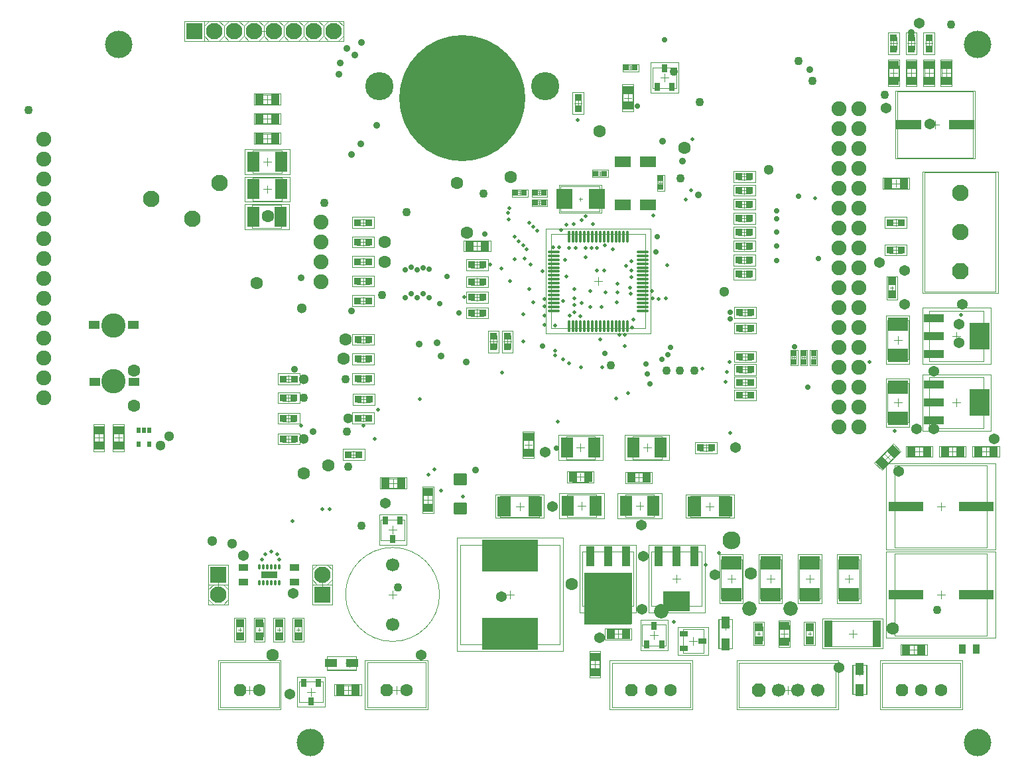
<source format=gts>
G04*
G04 #@! TF.GenerationSoftware,Altium Limited,Altium Designer,21.8.1 (53)*
G04*
G04 Layer_Color=8388736*
%FSLAX44Y44*%
%MOMM*%
G71*
G04*
G04 #@! TF.SameCoordinates,D186F9AF-6EAA-4C68-B435-6125638006CD*
G04*
G04*
G04 #@! TF.FilePolarity,Negative*
G04*
G01*
G75*
%ADD12C,0.5000*%
%ADD14C,0.0500*%
%ADD17C,0.1000*%
%ADD54O,1.5000X0.4000*%
%ADD55O,0.4000X1.5000*%
%ADD56R,1.5000X2.5000*%
%ADD57R,0.7000X1.1000*%
%ADD58R,1.1000X1.3500*%
%ADD59R,1.3500X1.1000*%
%ADD60R,1.1000X0.7000*%
%ADD61R,1.1000X2.5000*%
%ADD62R,3.4000X2.5000*%
%ADD63R,7.1000X4.1000*%
%ADD64C,16.1000*%
%ADD65R,0.9500X0.9500*%
G04:AMPARAMS|DCode=66|XSize=1.4mm|YSize=2mm|CornerRadius=0.0825mm|HoleSize=0mm|Usage=FLASHONLY|Rotation=90.000|XOffset=0mm|YOffset=0mm|HoleType=Round|Shape=RoundedRectangle|*
%AMROUNDEDRECTD66*
21,1,1.4000,1.8350,0,0,90.0*
21,1,1.2350,2.0000,0,0,90.0*
1,1,0.1650,0.9175,0.6175*
1,1,0.1650,0.9175,-0.6175*
1,1,0.1650,-0.9175,-0.6175*
1,1,0.1650,-0.9175,0.6175*
%
%ADD66ROUNDEDRECTD66*%
%ADD67R,4.5000X1.3000*%
%ADD68R,1.1000X1.0000*%
%ADD69R,1.1000X3.4000*%
%ADD70R,1.1000X1.6000*%
%ADD71R,0.9000X1.3000*%
%ADD72R,2.6000X1.8000*%
%ADD73R,1.8000X2.6000*%
%ADD74R,0.7000X0.7000*%
%ADD75R,0.9500X0.9500*%
%ADD76R,2.0000X2.6000*%
%ADD77R,2.0000X2.5000*%
%ADD78R,0.7000X0.7000*%
G04:AMPARAMS|DCode=79|XSize=1.6mm|YSize=1.7mm|CornerRadius=0.2mm|HoleSize=0mm|Usage=FLASHONLY|Rotation=270.000|XOffset=0mm|YOffset=0mm|HoleType=Round|Shape=RoundedRectangle|*
%AMROUNDEDRECTD79*
21,1,1.6000,1.3000,0,0,270.0*
21,1,1.2000,1.7000,0,0,270.0*
1,1,0.4000,-0.6500,-0.6000*
1,1,0.4000,-0.6500,0.6000*
1,1,0.4000,0.6500,0.6000*
1,1,0.4000,0.6500,-0.6000*
%
%ADD79ROUNDEDRECTD79*%
%ADD80R,1.6000X1.1000*%
%ADD81R,1.3000X0.9000*%
G04:AMPARAMS|DCode=82|XSize=0.9mm|YSize=2.1mm|CornerRadius=0.054mm|HoleSize=0mm|Usage=FLASHONLY|Rotation=90.000|XOffset=0mm|YOffset=0mm|HoleType=Round|Shape=RoundedRectangle|*
%AMROUNDEDRECTD82*
21,1,0.9000,1.9920,0,0,90.0*
21,1,0.7920,2.1000,0,0,90.0*
1,1,0.1080,0.9960,0.3960*
1,1,0.1080,0.9960,-0.3960*
1,1,0.1080,-0.9960,-0.3960*
1,1,0.1080,-0.9960,0.3960*
%
%ADD82ROUNDEDRECTD82*%
G04:AMPARAMS|DCode=83|XSize=0.6mm|YSize=0.35mm|CornerRadius=0.0625mm|HoleSize=0mm|Usage=FLASHONLY|Rotation=90.000|XOffset=0mm|YOffset=0mm|HoleType=Round|Shape=RoundedRectangle|*
%AMROUNDEDRECTD83*
21,1,0.6000,0.2250,0,0,90.0*
21,1,0.4750,0.3500,0,0,90.0*
1,1,0.1250,0.1125,0.2375*
1,1,0.1250,0.1125,-0.2375*
1,1,0.1250,-0.1125,-0.2375*
1,1,0.1250,-0.1125,0.2375*
%
%ADD83ROUNDEDRECTD83*%
G04:AMPARAMS|DCode=84|XSize=0.7mm|YSize=0.5mm|CornerRadius=0.09mm|HoleSize=0mm|Usage=FLASHONLY|Rotation=270.000|XOffset=0mm|YOffset=0mm|HoleType=Round|Shape=RoundedRectangle|*
%AMROUNDEDRECTD84*
21,1,0.7000,0.3200,0,0,270.0*
21,1,0.5200,0.5000,0,0,270.0*
1,1,0.1800,-0.1600,-0.2600*
1,1,0.1800,-0.1600,0.2600*
1,1,0.1800,0.1600,0.2600*
1,1,0.1800,0.1600,-0.2600*
%
%ADD84ROUNDEDRECTD84*%
%ADD85R,1.4000X1.1000*%
%ADD86R,3.3000X1.3000*%
%ADD87R,2.5000X3.4000*%
%ADD88R,2.5000X1.1000*%
G04:AMPARAMS|DCode=89|XSize=1.35mm|YSize=1.1mm|CornerRadius=0mm|HoleSize=0mm|Usage=FLASHONLY|Rotation=315.000|XOffset=0mm|YOffset=0mm|HoleType=Round|Shape=Rectangle|*
%AMROTATEDRECTD89*
4,1,4,-0.8662,0.0884,-0.0884,0.8662,0.8662,-0.0884,0.0884,-0.8662,-0.8662,0.0884,0.0*
%
%ADD89ROTATEDRECTD89*%

%ADD90C,3.5000*%
%ADD91C,1.7000*%
%ADD92P,1.8401X8X22.5*%
%ADD93C,3.6000*%
%ADD94C,2.1000*%
%ADD95P,2.2730X8X112.5*%
%ADD96C,1.6000*%
%ADD97P,1.7318X8X22.5*%
%ADD98R,2.1000X2.1000*%
%ADD99C,1.9000*%
%ADD100R,2.1000X2.1000*%
%ADD101C,3.1000*%
%ADD102C,1.1000*%
%ADD103C,0.9000*%
%ADD104C,0.7000*%
%ADD105C,1.3700*%
%ADD106C,1.8500*%
%ADD107C,1.3000*%
%ADD108C,0.4000*%
%ADD109C,2.3000*%
G36*
X830098Y265493D02*
X830192Y265464D01*
X830279Y265418D01*
X830355Y265355D01*
X830418Y265279D01*
X830464Y265192D01*
X830493Y265098D01*
X830502Y265000D01*
Y200000D01*
X830493Y199902D01*
X830464Y199808D01*
X830418Y199721D01*
X830355Y199645D01*
X830279Y199582D01*
X830192Y199536D01*
X830098Y199507D01*
X830000Y199498D01*
X770000D01*
X769902Y199507D01*
X769808Y199536D01*
X769721Y199582D01*
X769645Y199645D01*
X769582Y199721D01*
X769536Y199808D01*
X769507Y199902D01*
X769498Y200000D01*
Y265000D01*
X769507Y265098D01*
X769536Y265192D01*
X769582Y265279D01*
X769645Y265355D01*
X769721Y265418D01*
X769808Y265464D01*
X769902Y265493D01*
X770000Y265502D01*
X830000D01*
X830098Y265493D01*
D02*
G37*
D12*
X742500Y612500D02*
D03*
X821250Y569000D02*
D03*
X874250Y615250D02*
D03*
X821500Y554500D02*
D03*
X899500Y741500D02*
D03*
X907750Y818750D02*
D03*
X875250Y658250D02*
D03*
X884250Y202750D02*
D03*
X681250Y666000D02*
D03*
X663750Y653500D02*
D03*
X701000Y658500D02*
D03*
X705000Y610750D02*
D03*
X810500Y488000D02*
D03*
X825963Y494287D02*
D03*
X793000Y527250D02*
D03*
X765250D02*
D03*
X750000Y532750D02*
D03*
X742500Y537500D02*
D03*
X732500Y543000D02*
D03*
X735500Y458500D02*
D03*
X865000Y615000D02*
D03*
X941250Y290750D02*
D03*
X925000Y275000D02*
D03*
X956000Y444000D02*
D03*
X1166000Y446000D02*
D03*
X825000Y250000D02*
D03*
X815000D02*
D03*
X785000D02*
D03*
X775000D02*
D03*
X815000Y210000D02*
D03*
X785000D02*
D03*
X825000Y240000D02*
D03*
X775000Y210000D02*
D03*
Y220000D02*
D03*
Y230000D02*
D03*
Y240000D02*
D03*
X785000Y260000D02*
D03*
X775000D02*
D03*
X825000D02*
D03*
X815000D02*
D03*
X951750Y521750D02*
D03*
X955500Y534000D02*
D03*
X506250Y473750D02*
D03*
X408250Y453250D02*
D03*
X397500Y331250D02*
D03*
X578750Y397500D02*
D03*
X570500Y390500D02*
D03*
X1064000Y743250D02*
D03*
X737500Y681250D02*
D03*
X730000D02*
D03*
X696250Y678250D02*
D03*
X710000Y702000D02*
D03*
X704750Y707250D02*
D03*
X699500Y712500D02*
D03*
X674000Y731000D02*
D03*
X672750Y724500D02*
D03*
X616500Y617000D02*
D03*
X502125Y436125D02*
D03*
X488125Y453375D02*
D03*
X559787Y486713D02*
D03*
X950250Y508750D02*
D03*
X920250Y526000D02*
D03*
X832250Y588250D02*
D03*
X831000Y578750D02*
D03*
X815000Y569250D02*
D03*
X790000Y563000D02*
D03*
X732500Y548750D02*
D03*
X691500Y560250D02*
D03*
X699250Y627500D02*
D03*
X692000Y595500D02*
D03*
X719250Y615000D02*
D03*
X718750Y605750D02*
D03*
Y593500D02*
D03*
Y581500D02*
D03*
X732750Y581000D02*
D03*
X757500Y615250D02*
D03*
X757250Y607500D02*
D03*
X757500Y598000D02*
D03*
X751000Y593500D02*
D03*
X764500Y593000D02*
D03*
X766500Y610000D02*
D03*
X777500Y605000D02*
D03*
X791500Y604500D02*
D03*
X811000Y610250D02*
D03*
X828750Y621250D02*
D03*
X828625Y628875D02*
D03*
X812188Y623438D02*
D03*
X797000Y623250D02*
D03*
X777500Y625000D02*
D03*
X757500Y627500D02*
D03*
X747000Y643500D02*
D03*
X771250Y668000D02*
D03*
X829500Y642500D02*
D03*
X811750Y634000D02*
D03*
X786250Y651250D02*
D03*
X795000D02*
D03*
X830000D02*
D03*
X829750Y663250D02*
D03*
X822750Y657250D02*
D03*
X806000Y678250D02*
D03*
X740000Y703250D02*
D03*
X746750Y709500D02*
D03*
X756000Y710500D02*
D03*
X766500Y715750D02*
D03*
X771750Y720750D02*
D03*
X780750Y710250D02*
D03*
X796000Y683000D02*
D03*
X786250Y680000D02*
D03*
X778750D02*
D03*
X771375Y679875D02*
D03*
X758750Y680000D02*
D03*
X750000D02*
D03*
X745000Y665000D02*
D03*
X673500Y716500D02*
D03*
X906250Y753750D02*
D03*
X858000Y721500D02*
D03*
X358000Y282000D02*
D03*
X362250Y288750D02*
D03*
X370000Y292500D02*
D03*
X378000Y289000D02*
D03*
X380250Y282500D02*
D03*
X435250Y346250D02*
D03*
X445000Y346250D02*
D03*
X680750Y694250D02*
D03*
X686250Y688500D02*
D03*
X691500Y683250D02*
D03*
X716750Y650000D02*
D03*
X693250Y666500D02*
D03*
X649750Y658750D02*
D03*
X675000Y637500D02*
D03*
X857250Y615250D02*
D03*
X665000Y520750D02*
D03*
X615250Y362500D02*
D03*
X856250Y625102D02*
D03*
X1250442Y594360D02*
D03*
X1133856Y534670D02*
D03*
X586486Y370332D02*
D03*
X761500Y843250D02*
D03*
D14*
X422300Y224600D02*
X447700D01*
Y275400D01*
X422300D02*
X447700D01*
X422300Y224600D02*
Y275400D01*
X315200Y224600D02*
Y275400D01*
X289800Y224600D02*
X315200D01*
X289800D02*
Y275400D01*
X315200D01*
X259200Y969950D02*
X462400D01*
Y944550D02*
Y969950D01*
X259200Y944550D02*
X462400D01*
X259200D02*
Y969950D01*
D17*
X585000Y237500D02*
G03*
X585000Y237500I-60000J0D01*
G01*
X847502Y577499D02*
Y697498D01*
X727502Y577499D02*
X847502D01*
X727502D02*
Y697498D01*
X847502D01*
X383002Y705352D02*
Y734652D01*
X346001Y705352D02*
X383002D01*
X346001D02*
Y734652D01*
X383002D01*
X843800Y172300D02*
Y198700D01*
X874200D01*
Y172300D02*
Y198700D01*
X843800Y172300D02*
X874200D01*
X457500Y121500D02*
X477492D01*
X457500Y109500D02*
X477492D01*
X457500D02*
Y121500D01*
X477492Y109500D02*
Y121500D01*
X789250Y138508D02*
Y158500D01*
X777250Y138508D02*
Y158500D01*
X789250D01*
X777250Y138508D02*
X789250D01*
X803758Y181000D02*
X823750D01*
X803758Y193000D02*
X823750D01*
Y181000D02*
Y193000D01*
X803758Y181000D02*
Y193000D01*
X436200Y99800D02*
Y126200D01*
X405800Y99800D02*
X436200D01*
X405800D02*
Y126200D01*
X436200D01*
X895550Y193200D02*
X921950D01*
Y162800D02*
Y193200D01*
X895550Y162800D02*
X921950D01*
X895550D02*
Y193200D01*
X767500Y292301D02*
X832499D01*
X767500Y222701D02*
Y292301D01*
Y222701D02*
X832499D01*
Y292301D01*
X919999Y222701D02*
Y292301D01*
X855000Y222701D02*
X919999D01*
X855000D02*
Y292301D01*
X919999D01*
X967000Y93000D02*
X1091000D01*
X967000D02*
Y150000D01*
X1091000D01*
Y93000D02*
Y150000D01*
X611501Y300998D02*
X738501D01*
X611501Y173998D02*
X738501D01*
X611501D02*
Y300998D01*
X738501Y173998D02*
Y300998D01*
X625000Y654500D02*
X641000D01*
X625000Y662501D02*
X641000D01*
Y654500D02*
Y662501D01*
X625000Y654500D02*
Y662501D01*
X967250Y528750D02*
X983250D01*
X967250Y520749D02*
X983250D01*
X967250D02*
Y528750D01*
X983250Y520749D02*
Y528750D01*
X983000Y593499D02*
Y601500D01*
X967000Y593499D02*
Y601500D01*
Y593499D02*
X983000D01*
X967000Y601500D02*
X983000D01*
Y573499D02*
Y581500D01*
X967000Y573499D02*
Y581500D01*
Y573499D02*
X983000D01*
X967000Y581500D02*
X983000D01*
X1165993Y297498D02*
Y402499D01*
X1283993D01*
Y297498D02*
Y402499D01*
X1165993Y297498D02*
X1283993D01*
X1175000Y350000D02*
X1185000D01*
X1180000Y345000D02*
Y355000D01*
X1157748Y620252D02*
Y637751D01*
X1167248D01*
Y620252D02*
Y637751D01*
X1157748Y620252D02*
X1167248D01*
X1159500Y673500D02*
Y681501D01*
X1175500Y673500D02*
Y681501D01*
X1159500D02*
X1175500D01*
X1159500Y673500D02*
X1175500D01*
X1159500Y708500D02*
Y716501D01*
X1175500Y708500D02*
Y716501D01*
X1159500D02*
X1175500D01*
X1159500Y708500D02*
X1175500D01*
X1204450Y623800D02*
Y776200D01*
X1294450D01*
Y623800D02*
Y776200D01*
X1204450Y623800D02*
X1294450D01*
X1158008Y756500D02*
Y768500D01*
X1178000Y756500D02*
Y768500D01*
X1158008D02*
X1178000D01*
X1158008Y756500D02*
X1178000D01*
X623508Y676750D02*
X643500D01*
X623508Y688750D02*
X643500D01*
Y676750D02*
Y688750D01*
X623508Y676750D02*
Y688750D01*
X983250Y536999D02*
Y545000D01*
X967250Y536999D02*
Y545000D01*
Y536999D02*
X983250D01*
X967250Y545000D02*
X983250D01*
X967250Y512500D02*
X983250D01*
X967250Y504499D02*
X983250D01*
X967250D02*
Y512500D01*
X983250Y504499D02*
Y512500D01*
X967250Y496250D02*
X983250D01*
X967250Y488249D02*
X983250D01*
X967250D02*
Y496250D01*
X983250Y488249D02*
Y496250D01*
X987749Y178752D02*
Y196252D01*
X997248D01*
Y178752D02*
Y196252D01*
X987749Y178752D02*
X997248D01*
X1019000Y178008D02*
X1031000D01*
X1019000Y198000D02*
X1031000D01*
X1019000Y178008D02*
Y198000D01*
X1031000Y178008D02*
Y198000D01*
X1052498Y178752D02*
Y196252D01*
X1061998D01*
Y178752D02*
Y196252D01*
X1052498Y178752D02*
X1061998D01*
X1080750Y171500D02*
Y203500D01*
X1144250Y171500D02*
Y203500D01*
X1080750D02*
X1144250D01*
X1080750Y171500D02*
X1144250D01*
X941500Y168751D02*
Y206251D01*
X958500D01*
Y168751D02*
Y206251D01*
X941500Y168751D02*
X958500D01*
X1180000Y232500D02*
Y242500D01*
X1175000Y237500D02*
X1185000D01*
X1165993Y184998D02*
X1283993D01*
Y289999D01*
X1165993D02*
X1283993D01*
X1165993Y184998D02*
Y289999D01*
X1180758Y160750D02*
X1200751D01*
X1180758Y172750D02*
X1200751D01*
Y160750D02*
Y172750D01*
X1180758Y160750D02*
Y172750D01*
X1112751Y110251D02*
X1129750D01*
Y147751D01*
X1112751D02*
X1129750D01*
X1112751Y110251D02*
Y147751D01*
X1250000Y93000D02*
Y150000D01*
X1150000D02*
X1250000D01*
X1150000Y93000D02*
Y150000D01*
Y93000D02*
X1250000D01*
X905000D02*
Y150000D01*
X805000D02*
X905000D01*
X805000Y93000D02*
Y150000D01*
Y93000D02*
X905000D01*
X1093999Y232500D02*
Y282500D01*
X1120998D01*
Y232500D02*
Y282500D01*
X1093999Y232500D02*
X1120998D01*
X1044002Y282500D02*
X1071002D01*
X1044002Y232500D02*
Y282500D01*
Y232500D02*
X1071002D01*
Y282500D01*
X994002D02*
X1021001D01*
X994002Y232500D02*
Y282500D01*
Y232500D02*
X1021001D01*
Y282500D01*
X943999Y232500D02*
X970998D01*
Y282500D01*
X943999D02*
X970998D01*
X943999Y232500D02*
Y282500D01*
X933250Y420749D02*
Y428750D01*
X917250Y420749D02*
Y428750D01*
Y420749D02*
X933250D01*
X917250Y428750D02*
X933250D01*
X830008Y380750D02*
X850000D01*
X830008Y392750D02*
X850000D01*
Y380750D02*
Y392750D01*
X830008Y380750D02*
Y392750D01*
X774492Y381500D02*
Y393500D01*
X754500Y381500D02*
Y393500D01*
Y381500D02*
X774492D01*
X754500Y393500D02*
X774492D01*
X712500Y336499D02*
Y363498D01*
X662500D02*
X712500D01*
X662500Y336499D02*
Y363498D01*
Y336499D02*
X712500D01*
X748001Y365401D02*
X785002D01*
X748001Y336101D02*
Y365401D01*
Y336101D02*
X785002D01*
Y365401D01*
X955000Y336499D02*
Y363498D01*
X905000D02*
X955000D01*
X905000Y336499D02*
Y363498D01*
Y336499D02*
X955000D01*
X821998Y335849D02*
X858998D01*
Y365148D01*
X821998D02*
X858998D01*
X821998Y335849D02*
Y365148D01*
X831498Y410348D02*
X868499D01*
Y439648D01*
X831498D02*
X868499D01*
X831498Y410348D02*
Y439648D01*
X746501Y439652D02*
X783502D01*
X746501Y410352D02*
Y439652D01*
Y410352D02*
X783502D01*
Y439652D01*
X692250Y438242D02*
X704250D01*
X692250Y418250D02*
X704250D01*
Y438242D01*
X692250Y418250D02*
Y438242D01*
X1060000Y535000D02*
Y545000D01*
X1065000Y535000D02*
Y545000D01*
X1060000Y535000D02*
X1065000D01*
X1060000Y545000D02*
X1065000D01*
X1052500Y535000D02*
Y545000D01*
X1047500Y535000D02*
Y545000D01*
X1052500D01*
X1047500Y535000D02*
X1052500D01*
X1035000D02*
Y545000D01*
X1040000Y535000D02*
Y545000D01*
X1035000Y535000D02*
X1040000D01*
X1035000Y545000D02*
X1040000D01*
X667499Y552500D02*
X675500D01*
X667499Y568500D02*
X675500D01*
X667499Y552500D02*
Y568500D01*
X675500Y552500D02*
Y568500D01*
X649749Y552500D02*
X657750D01*
X649749Y568500D02*
X657750D01*
X649749Y552500D02*
Y568500D01*
X657750Y552500D02*
Y568500D01*
X982000Y767249D02*
Y775250D01*
X966000Y767249D02*
Y775250D01*
Y767249D02*
X982000D01*
X966000Y775250D02*
X982000D01*
X982000Y749499D02*
Y757500D01*
X966000Y749499D02*
Y757500D01*
Y749499D02*
X982000D01*
X966000Y757500D02*
X982000D01*
X966000Y721750D02*
X982000D01*
X966000Y713749D02*
X982000D01*
X966000D02*
Y721750D01*
X982000Y713749D02*
Y721750D01*
X966000Y704000D02*
X982000D01*
X966000Y695999D02*
X982000D01*
X966000D02*
Y704000D01*
X982000Y695999D02*
Y704000D01*
Y678499D02*
Y686500D01*
X966000Y678499D02*
Y686500D01*
Y678499D02*
X982000D01*
X966000Y686500D02*
X982000D01*
Y660499D02*
Y668500D01*
X966000Y660499D02*
Y668500D01*
Y660499D02*
X982000D01*
X966000Y668500D02*
X982000D01*
Y642749D02*
Y650750D01*
X966000Y642749D02*
Y650750D01*
Y642749D02*
X982000D01*
X966000Y650750D02*
X982000D01*
X739498Y726500D02*
Y758500D01*
X789499D01*
Y726500D02*
Y758500D01*
X739498Y726500D02*
X789499D01*
X707500Y747500D02*
X717500D01*
X707500Y752500D02*
X717500D01*
Y747500D02*
Y752500D01*
X707500Y747500D02*
Y752500D01*
Y735000D02*
X717500D01*
X707500Y740000D02*
X717500D01*
Y735000D02*
Y740000D01*
X707500Y735000D02*
Y740000D01*
X682500Y752500D02*
X692500D01*
X682500Y747500D02*
X692500D01*
X682500D02*
Y752500D01*
X692500Y747500D02*
Y752500D01*
X785000Y772500D02*
X795000D01*
X785000Y777500D02*
X795000D01*
Y772500D02*
Y777500D01*
X785000Y772500D02*
Y777500D01*
X757750Y873000D02*
X765751D01*
X757750Y857000D02*
X765751D01*
Y873000D01*
X757750Y857000D02*
Y873000D01*
X857050Y884300D02*
X887450D01*
Y910700D01*
X857050D02*
X887450D01*
X857050Y884300D02*
Y910700D01*
X819250Y881242D02*
X831250D01*
X819250Y861250D02*
X831250D01*
Y881242D01*
X819250Y861250D02*
Y881242D01*
X824000Y907500D02*
X834000D01*
X824000Y912500D02*
X834000D01*
Y907500D02*
Y912500D01*
X824000Y907500D02*
Y912500D01*
X870000Y758000D02*
Y768000D01*
X865000Y758000D02*
Y768000D01*
X870000D01*
X865000Y758000D02*
X870000D01*
X625000Y593000D02*
X641000D01*
X625000Y601001D02*
X641000D01*
Y593000D02*
Y601001D01*
X625000Y593000D02*
Y601001D01*
X625000Y613000D02*
Y621001D01*
X641000Y613000D02*
Y621001D01*
X625000D02*
X641000D01*
X625000Y613000D02*
X641000D01*
X625000Y633000D02*
Y641001D01*
X641000Y633000D02*
Y641001D01*
X625000D02*
X641000D01*
X625000Y633000D02*
X641000D01*
X564250Y348758D02*
X576250D01*
X564250Y368750D02*
X576250D01*
X564250Y348758D02*
Y368750D01*
X576250Y348758D02*
Y368750D01*
X516508Y373750D02*
Y385750D01*
X536500Y373750D02*
Y385750D01*
X516508D02*
X536500D01*
X516508Y373750D02*
X536500D01*
X441251Y141250D02*
Y158250D01*
Y141250D02*
X478751D01*
Y158250D01*
X441251D02*
X478751D01*
X305000Y150750D02*
X380000D01*
Y93250D02*
Y150750D01*
X305000Y93250D02*
X380000D01*
X305000D02*
Y150750D01*
X492500Y93250D02*
Y150750D01*
Y93250D02*
X567500D01*
Y150750D01*
X492500D02*
X567500D01*
X399752Y201248D02*
X409252D01*
X399752Y183749D02*
Y201248D01*
Y183749D02*
X409252D01*
Y201248D01*
X375252D02*
X384752D01*
X375252Y183749D02*
Y201248D01*
Y183749D02*
X384752D01*
Y201248D01*
X350252D02*
X359752D01*
X350252Y183749D02*
Y201248D01*
Y183749D02*
X359752D01*
Y201248D01*
X325252D02*
X334752D01*
X325252Y183749D02*
Y201248D01*
Y183749D02*
X334752D01*
Y201248D01*
X422300Y224600D02*
Y250000D01*
X447700D01*
X422300Y224600D02*
X447700D01*
X422300Y256350D02*
X428650Y250000D01*
X422300Y256350D02*
Y269050D01*
X428650Y275400D01*
X441350D01*
X447700Y269050D01*
Y256350D02*
Y269050D01*
X441350Y250000D02*
X447700Y256350D01*
Y224600D02*
Y250000D01*
X289800D02*
Y275400D01*
Y243650D02*
X296150Y250000D01*
X289800Y230950D02*
Y243650D01*
Y230950D02*
X296150Y224600D01*
X308850D01*
X315200Y230950D01*
Y243650D01*
X308850Y250000D02*
X315200Y243650D01*
X289800Y275400D02*
X315200D01*
X289800Y250000D02*
X315200D01*
Y275400D01*
X169000Y446992D02*
X181000D01*
X169000Y427000D02*
X181000D01*
Y446992D01*
X169000Y427000D02*
Y446992D01*
X144000Y427000D02*
Y446992D01*
X156000Y427000D02*
Y446992D01*
X144000Y427000D02*
X156000D01*
X144000Y446992D02*
X156000D01*
X346501Y769651D02*
X383501D01*
X346501Y740352D02*
Y769651D01*
Y740352D02*
X383501D01*
Y769651D01*
X384500Y432000D02*
X400500D01*
X384500Y440001D02*
X400500D01*
Y432000D02*
Y440001D01*
X384500Y432000D02*
Y440001D01*
X384250Y458500D02*
X400250D01*
X384250Y466501D02*
X400250D01*
Y458500D02*
Y466501D01*
X384250Y458500D02*
Y466501D01*
X384250Y484500D02*
Y492501D01*
X400250Y484500D02*
Y492501D01*
X384250D02*
X400250D01*
X384250Y484500D02*
X400250D01*
X384500Y508750D02*
Y516751D01*
X400500Y508750D02*
Y516751D01*
X384500D02*
X400500D01*
X384500Y508750D02*
X400500D01*
X479750Y458750D02*
Y466751D01*
X495750Y458750D02*
Y466751D01*
X479750D02*
X495750D01*
X479750Y458750D02*
X495750D01*
X480250Y482750D02*
Y490751D01*
X496250Y482750D02*
Y490751D01*
X480250D02*
X496250D01*
X480250Y482750D02*
X496250D01*
X479750Y509000D02*
Y517001D01*
X495750Y509000D02*
Y517001D01*
X479750D02*
X495750D01*
X479750Y509000D02*
X495750D01*
X479750Y534250D02*
X495750D01*
X479750Y542251D02*
X495750D01*
Y534250D02*
Y542251D01*
X479750Y534250D02*
Y542251D01*
Y559250D02*
X495750D01*
X479750Y567252D02*
X495750D01*
Y559250D02*
Y567252D01*
X479750Y559250D02*
Y567252D01*
X467250Y412250D02*
X483250D01*
X467250Y420251D02*
X483250D01*
Y412250D02*
Y420251D01*
X467250Y412250D02*
Y420251D01*
X479500Y658500D02*
X495500D01*
X479500Y666501D02*
X495500D01*
Y658500D02*
Y666501D01*
X479500Y658500D02*
Y666501D01*
Y683500D02*
X495500D01*
X479500Y691501D02*
X495500D01*
Y683500D02*
Y691501D01*
X479500Y683500D02*
Y691501D01*
Y708500D02*
X495500D01*
X479500Y716501D02*
X495500D01*
Y708500D02*
Y716501D01*
X479500Y708500D02*
Y716501D01*
X346501Y804652D02*
X383501D01*
X346501Y775352D02*
Y804652D01*
Y775352D02*
X383501D01*
Y804652D01*
X411600Y963600D02*
X417950Y969950D01*
X430650D01*
X437000Y963600D01*
Y950900D02*
Y963600D01*
X430650Y944550D02*
X437000Y950900D01*
X417950Y944550D02*
X430650D01*
X411600Y950900D02*
X417950Y944550D01*
X360800Y963600D02*
X367150Y969950D01*
X379850D01*
X386200Y963600D01*
Y950900D02*
Y963600D01*
X379850Y944550D02*
X386200Y950900D01*
X367150Y944550D02*
X379850D01*
X360800Y950900D02*
X367150Y944550D01*
X335400Y950900D02*
X341750Y944550D01*
X354450D01*
X360800Y950900D01*
Y963600D01*
X354450Y969950D02*
X360800Y963600D01*
X341750Y969950D02*
X354450D01*
X335400Y963600D02*
X341750Y969950D01*
X310000Y963600D02*
X316350Y969950D01*
X329050D01*
X335400Y963600D01*
Y950900D02*
Y963600D01*
X329050Y944550D02*
X335400Y950900D01*
X316350Y944550D02*
X329050D01*
X310000Y950900D02*
X316350Y944550D01*
X259200D02*
X284600D01*
Y950900D02*
X290950Y944550D01*
X303650D01*
X310000Y950900D01*
Y963600D01*
X303650Y969950D02*
X310000Y963600D01*
X290950Y969950D02*
X303650D01*
X284600Y963600D02*
X290950Y969950D01*
X259200Y944550D02*
Y969950D01*
X284600Y944550D02*
Y969950D01*
X259200D02*
X284600D01*
X386200Y950900D02*
X392550Y944550D01*
X405250D01*
X411600Y950900D01*
Y963600D01*
X405250Y969950D02*
X411600Y963600D01*
X392550Y969950D02*
X405250D01*
X386200Y963600D02*
X392550Y969950D01*
X437000Y950900D02*
X443350Y944550D01*
X456050D01*
X462400Y950900D01*
Y963600D01*
X456050Y969950D02*
X462400Y963600D01*
X443350Y969950D02*
X456050D01*
X437000Y963600D02*
X443350Y969950D01*
X374492Y814000D02*
Y826000D01*
X354500Y814000D02*
Y826000D01*
Y814000D02*
X374492D01*
X354500Y826000D02*
X374492D01*
Y839000D02*
Y851000D01*
X354500Y839000D02*
Y851000D01*
Y839000D02*
X374492D01*
X354500Y851000D02*
X374492D01*
Y864000D02*
Y876000D01*
X354500Y864000D02*
Y876000D01*
Y864000D02*
X374492D01*
X354500Y876000D02*
X374492D01*
X1266018Y795000D02*
Y880000D01*
X1169016D02*
X1266018D01*
X1169016Y795000D02*
Y880000D01*
Y795000D02*
X1266018D01*
X1156502Y587500D02*
X1183501D01*
X1156502Y537500D02*
Y587500D01*
Y537500D02*
X1183501D01*
Y587500D01*
X1210199Y534999D02*
Y599999D01*
Y534999D02*
X1279799D01*
Y599999D01*
X1210199D02*
X1279799D01*
X1210199Y514999D02*
X1279799D01*
Y450000D02*
Y514999D01*
X1210199Y450000D02*
X1279799D01*
X1210199D02*
Y514999D01*
X1183501Y457500D02*
Y507500D01*
X1156502Y457500D02*
X1183501D01*
X1156502D02*
Y507500D01*
X1183501D01*
X1145333Y409818D02*
X1159469Y423954D01*
X1153818Y401333D02*
X1167954Y415469D01*
X1145333Y409818D02*
X1153818Y401333D01*
X1159469Y423954D02*
X1167954Y415469D01*
X1206992Y414000D02*
Y426000D01*
X1187000Y414000D02*
Y426000D01*
Y414000D02*
X1206992D01*
X1187000Y426000D02*
X1206992D01*
X1230508Y414000D02*
Y426000D01*
X1250500Y414000D02*
Y426000D01*
X1230508D02*
X1250500D01*
X1230508Y414000D02*
X1250500D01*
X1273008D02*
Y426000D01*
X1293000Y414000D02*
Y426000D01*
X1273008D02*
X1293000D01*
X1273008Y414000D02*
X1293000D01*
X1225750Y913242D02*
X1237750D01*
X1225750Y893250D02*
X1237750D01*
Y913242D01*
X1225750Y893250D02*
Y913242D01*
X510050Y333200D02*
X540449D01*
X510050Y306800D02*
Y333200D01*
Y306800D02*
X540449D01*
Y333200D01*
X1158750Y913242D02*
X1170750D01*
X1158750Y893250D02*
X1170750D01*
Y913242D01*
X1158750Y893250D02*
Y913242D01*
X1181250D02*
X1193250D01*
X1181250Y893250D02*
X1193250D01*
Y913242D01*
X1181250Y893250D02*
Y913242D01*
X1203750D02*
X1215750D01*
X1203750Y893250D02*
X1215750D01*
Y913242D01*
X1203750Y893250D02*
Y913242D01*
X1205749Y933250D02*
X1213750D01*
X1205749Y949250D02*
X1213750D01*
X1205749Y933250D02*
Y949250D01*
X1213750Y933250D02*
Y949250D01*
X1183249Y933250D02*
X1191250D01*
X1183249Y949250D02*
X1191250D01*
X1183249Y933250D02*
Y949250D01*
X1191250Y933250D02*
Y949250D01*
X1160749Y933250D02*
X1168750D01*
X1160749Y949250D02*
X1168750D01*
X1160749Y933250D02*
Y949250D01*
X1168750Y933250D02*
Y949250D01*
X982000Y731749D02*
Y739750D01*
X966000Y731749D02*
Y739750D01*
Y731749D02*
X982000D01*
X966000Y739750D02*
X982000D01*
X479500Y633500D02*
Y641501D01*
X495500Y633500D02*
Y641501D01*
X479500D02*
X495500D01*
X479500Y633500D02*
X495500D01*
X479500Y608500D02*
Y616501D01*
X495500Y608500D02*
Y616501D01*
X479500D02*
X495500D01*
X479500Y608500D02*
X495500D01*
X585000Y237500D02*
G03*
X585000Y237500I-60000J0D01*
G01*
X782500Y637500D02*
X792500D01*
X787500Y632500D02*
Y642500D01*
X720500Y570500D02*
Y704500D01*
X854500Y570500D02*
Y704500D01*
X720500Y570500D02*
X854500D01*
X720500Y704500D02*
X854500D01*
X336000Y736000D02*
X393000D01*
Y704000D02*
Y736000D01*
X336000Y704000D02*
X393000D01*
X336000D02*
Y736000D01*
X359500Y720000D02*
X369500D01*
X364500Y715000D02*
Y725000D01*
X841500Y166250D02*
X876500D01*
X841500Y204750D02*
X876500D01*
X841500Y166250D02*
Y204750D01*
X876500Y166250D02*
Y204750D01*
X859000Y180500D02*
Y190500D01*
X854000Y185500D02*
X864000D01*
X468000Y110500D02*
Y120500D01*
X463000Y115500D02*
X473000D01*
X485000Y108500D02*
Y122500D01*
X451000Y108500D02*
Y122500D01*
Y108500D02*
X485000D01*
X451000Y122500D02*
X485000D01*
X778250Y148000D02*
X788250D01*
X783250Y143000D02*
Y153000D01*
X776250Y131000D02*
X790250D01*
X776250Y165000D02*
X790250D01*
X776250Y131000D02*
Y165000D01*
X790250Y131000D02*
Y165000D01*
X813250Y182000D02*
Y192000D01*
X808250Y187000D02*
X818250D01*
X796250Y180000D02*
Y194000D01*
X830250Y180000D02*
Y194000D01*
X796250D02*
X830250D01*
X796250Y180000D02*
X830250D01*
X403500Y132250D02*
X438500D01*
X403500Y93750D02*
X438500D01*
Y132250D01*
X403500Y93750D02*
Y132250D01*
X421000Y108000D02*
Y118000D01*
X416000Y113000D02*
X426000D01*
X889500Y160500D02*
Y195500D01*
X928000Y160500D02*
Y195500D01*
X889500D02*
X928000D01*
X889500Y160500D02*
X928000D01*
X903750Y178000D02*
X913750D01*
X908750Y173000D02*
Y183000D01*
X795000Y257500D02*
X805000D01*
X800000Y252500D02*
Y262500D01*
X764000Y214000D02*
Y301000D01*
X836000Y214000D02*
Y301000D01*
X764000Y214000D02*
X836000D01*
X764000Y301000D02*
X836000D01*
X851500D02*
X923500D01*
X851500Y214000D02*
X923500D01*
Y301000D01*
X851500Y214000D02*
Y301000D01*
X887500Y252500D02*
Y262500D01*
X882500Y257500D02*
X892500D01*
X1025000Y115000D02*
X1035000D01*
X1030000Y110000D02*
Y120000D01*
X1094100Y90870D02*
Y153100D01*
X964560D02*
X1094100D01*
X964560Y90870D02*
Y153100D01*
Y90870D02*
X1094100D01*
X675000Y232500D02*
Y242500D01*
X670000Y237500D02*
X680000D01*
X742500Y165000D02*
Y310000D01*
X607500Y165000D02*
X742500D01*
X607500D02*
Y310000D01*
X742500D01*
X619000Y651500D02*
Y665500D01*
X647000Y651500D02*
Y665500D01*
X619000D02*
X647000D01*
X619000Y651500D02*
X647000D01*
X633000Y653750D02*
Y663250D01*
X628250Y658500D02*
X637750D01*
X989250Y517750D02*
Y531750D01*
X961250Y517750D02*
Y531750D01*
Y517750D02*
X989250D01*
X961250Y531750D02*
X989250D01*
X975250Y520000D02*
Y529500D01*
X970500Y524750D02*
X980000D01*
X970250Y597500D02*
X979750D01*
X975000Y592750D02*
Y602250D01*
X961000Y604500D02*
X989000D01*
X961000Y590500D02*
X989000D01*
X961000D02*
Y604500D01*
X989000Y590500D02*
Y604500D01*
X970250Y577500D02*
X979750D01*
X975000Y572750D02*
Y582250D01*
X961000Y584500D02*
X989000D01*
X961000Y570500D02*
X989000D01*
X961000D02*
Y584500D01*
X989000Y570500D02*
Y584500D01*
X1155000Y295000D02*
Y405000D01*
Y295000D02*
X1290000D01*
X1295000D01*
Y405000D01*
X1155000D02*
X1295000D01*
X1225000Y345000D02*
Y355000D01*
X1220000Y350000D02*
X1230000D01*
X1155500Y614000D02*
Y644000D01*
X1169500D01*
Y615000D02*
Y644000D01*
Y614000D02*
Y615000D01*
X1155500Y614000D02*
X1169500D01*
X1160500Y629000D02*
X1164500D01*
X1162500Y627000D02*
Y631000D01*
X1162750Y677500D02*
X1172250D01*
X1167500Y672750D02*
Y682250D01*
X1153500Y670500D02*
X1181500D01*
X1153500Y684500D02*
X1181500D01*
Y670500D02*
Y684500D01*
X1153500Y670500D02*
Y684500D01*
X1162750Y712500D02*
X1172250D01*
X1167500Y707750D02*
Y717250D01*
X1153500Y705500D02*
X1181500D01*
X1153500Y719500D02*
X1181500D01*
Y705500D02*
Y719500D01*
X1153500Y705500D02*
Y719500D01*
X1201740Y777470D02*
X1298260D01*
X1201740Y622530D02*
Y777470D01*
Y622530D02*
X1298260D01*
Y777470D01*
X1245000Y700000D02*
X1255000D01*
X1250000Y695000D02*
Y705000D01*
X1150500Y755500D02*
X1184500D01*
X1150500Y769500D02*
X1184500D01*
Y755500D02*
Y769500D01*
X1150500Y755500D02*
Y769500D01*
X1162500Y762500D02*
X1172500D01*
X1167500Y757500D02*
Y767500D01*
X633000Y677750D02*
Y687750D01*
X628000Y682750D02*
X638000D01*
X616000Y675750D02*
Y689750D01*
X650000Y675750D02*
Y689750D01*
X616000D02*
X650000D01*
X616000Y675750D02*
X650000D01*
X970500Y541000D02*
X980000D01*
X975250Y536250D02*
Y545750D01*
X961250Y548000D02*
X989250D01*
X961250Y534000D02*
X989250D01*
X961250D02*
Y548000D01*
X989250Y534000D02*
Y548000D01*
Y501500D02*
Y515500D01*
X961250Y501500D02*
Y515500D01*
Y501500D02*
X989250D01*
X961250Y515500D02*
X989250D01*
X975250Y503750D02*
Y513250D01*
X970500Y508500D02*
X980000D01*
X989250Y485250D02*
Y499250D01*
X961250Y485250D02*
Y499250D01*
Y485250D02*
X989250D01*
X961250Y499250D02*
X989250D01*
X975250Y487500D02*
Y497000D01*
X970500Y492250D02*
X980000D01*
X985500Y172500D02*
Y202500D01*
X999500D01*
Y173500D02*
Y202500D01*
Y172500D02*
Y173500D01*
X985500Y172500D02*
X999500D01*
X990500Y187500D02*
X994500D01*
X992500Y185500D02*
Y189500D01*
X1032000Y170500D02*
Y204500D01*
X1018000Y170500D02*
Y204500D01*
X1032000D01*
X1018000Y170500D02*
X1032000D01*
X1025000Y182500D02*
Y192500D01*
X1020000Y187500D02*
X1030000D01*
X1050250Y172500D02*
Y202500D01*
X1064250D01*
Y173500D02*
Y202500D01*
Y172500D02*
Y173500D01*
X1050250Y172500D02*
X1064250D01*
X1055250Y187500D02*
X1059250D01*
X1057250Y185500D02*
Y189500D01*
X1107500Y187500D02*
X1117500D01*
X1112500Y182500D02*
Y192500D01*
X1074000Y168500D02*
X1151000D01*
X1074000Y206500D02*
X1151000D01*
Y168500D02*
Y206500D01*
X1074000Y168500D02*
Y206500D01*
X945000Y197250D02*
X955000D01*
X950000Y192250D02*
Y202250D01*
X959000Y168750D02*
Y206251D01*
X941000Y168750D02*
Y206251D01*
X959000D01*
X941000Y168750D02*
X959000D01*
X1220000Y237500D02*
X1230000D01*
X1225000Y232500D02*
Y242500D01*
X1155000Y292500D02*
X1295000D01*
Y182500D02*
Y292500D01*
X1290000Y182500D02*
X1295000D01*
X1155000D02*
X1290000D01*
X1155000D02*
Y292500D01*
X1190250Y161750D02*
Y171750D01*
X1185250Y166750D02*
X1195250D01*
X1173250Y159750D02*
Y173750D01*
X1207250Y159750D02*
Y173750D01*
X1173250D02*
X1207250D01*
X1173250Y159750D02*
X1207250D01*
X1112250Y110250D02*
X1130250D01*
X1112250Y147751D02*
X1130250D01*
X1112250Y110250D02*
Y147751D01*
X1130250Y110250D02*
Y147751D01*
X1121250Y133750D02*
Y143750D01*
X1116250Y138750D02*
X1126250D01*
X1147060Y90870D02*
X1252470D01*
X1147060D02*
Y153100D01*
X1252470D01*
Y90870D02*
Y153100D01*
X1195000Y115000D02*
X1205000D01*
X1200000Y110000D02*
Y120000D01*
X802060Y90870D02*
X907470D01*
X802060D02*
Y153100D01*
X907470D01*
Y90870D02*
Y153100D01*
X850000Y115000D02*
X860000D01*
X855000Y110000D02*
Y120000D01*
X1102500Y257500D02*
X1112500D01*
X1107500Y252500D02*
Y262500D01*
X1092500Y226500D02*
X1122500D01*
Y288500D01*
X1092500D02*
X1122500D01*
X1092500Y226500D02*
Y288500D01*
X1072500Y226500D02*
Y288500D01*
X1042500Y226500D02*
X1072500D01*
X1042500D02*
Y288500D01*
X1072500D01*
X1057500Y252500D02*
Y262500D01*
X1052500Y257500D02*
X1062500D01*
X1022500Y226500D02*
Y288500D01*
X992500Y226500D02*
X1022500D01*
X992500D02*
Y288500D01*
X1022500D01*
X1007500Y252500D02*
Y262500D01*
X1002500Y257500D02*
X1012500D01*
X942500Y226500D02*
Y288500D01*
X972500D01*
Y226500D02*
Y288500D01*
X942500Y226500D02*
X972500D01*
X957500Y252500D02*
Y262500D01*
X952500Y257500D02*
X962500D01*
X920500Y424750D02*
X930000D01*
X925250Y420000D02*
Y429500D01*
X911250Y431750D02*
X939250D01*
X911250Y417750D02*
X939250D01*
X911250D02*
Y431750D01*
X939250Y417750D02*
Y431750D01*
X839500Y381750D02*
Y391750D01*
X834500Y386750D02*
X844500D01*
X822500Y379750D02*
Y393750D01*
X856500Y379750D02*
Y393750D01*
X822500D02*
X856500D01*
X822500Y379750D02*
X856500D01*
X748000Y394500D02*
X782000D01*
X748000Y380500D02*
X782000D01*
X748000D02*
Y394500D01*
X782000Y380500D02*
Y394500D01*
X760000Y387500D02*
X770000D01*
X765000Y382500D02*
Y392500D01*
X656500Y335000D02*
X718500D01*
X656500D02*
Y365000D01*
X718500D01*
Y335000D02*
Y365000D01*
X682500Y350000D02*
X692500D01*
X687500Y345000D02*
Y355000D01*
X766500Y345750D02*
Y355750D01*
X761500Y350750D02*
X771500D01*
X738000Y334750D02*
Y366750D01*
Y334750D02*
X795000D01*
Y366750D01*
X738000D02*
X795000D01*
X899000Y335000D02*
X961000D01*
X899000D02*
Y365000D01*
X961000D01*
Y335000D02*
Y365000D01*
X925000Y350000D02*
X935000D01*
X930000Y345000D02*
Y355000D01*
X840500Y345500D02*
Y355500D01*
X835500Y350500D02*
X845500D01*
X869000Y334500D02*
Y366500D01*
X812000D02*
X869000D01*
X812000Y334500D02*
Y366500D01*
Y334500D02*
X869000D01*
X850000Y420000D02*
Y430000D01*
X845000Y425000D02*
X855000D01*
X878500Y409000D02*
Y441000D01*
X821500D02*
X878500D01*
X821500Y409000D02*
Y441000D01*
Y409000D02*
X878500D01*
X765000Y420000D02*
Y430000D01*
X760000Y425000D02*
X770000D01*
X736500Y409000D02*
Y441000D01*
Y409000D02*
X793500D01*
Y441000D01*
X736500D02*
X793500D01*
X691250Y411750D02*
Y445750D01*
X705250Y411750D02*
Y445750D01*
X691250Y411750D02*
X705250D01*
X691250Y445750D02*
X705250D01*
X698250Y423750D02*
Y433750D01*
X693250Y428750D02*
X703250D01*
X1060000Y540000D02*
X1065000D01*
X1062500Y537500D02*
Y542500D01*
X1058000Y550000D02*
X1067000D01*
X1058000Y530000D02*
X1067000D01*
Y550000D01*
X1058000Y530000D02*
Y550000D01*
X1047500Y540000D02*
X1052500D01*
X1050000Y537500D02*
Y542500D01*
X1045500Y530000D02*
X1054500D01*
X1045500Y550000D02*
X1054500D01*
X1045500Y530000D02*
Y550000D01*
X1054500Y530000D02*
Y550000D01*
X1035000Y540000D02*
X1040000D01*
X1037500Y537500D02*
Y542500D01*
X1033000Y550000D02*
X1042000D01*
X1033000Y530000D02*
X1042000D01*
Y550000D01*
X1033000Y530000D02*
Y550000D01*
X671500Y555750D02*
Y565250D01*
X666749Y560500D02*
X676250D01*
X678500Y546500D02*
Y574500D01*
X664500Y546500D02*
Y574500D01*
X678500D01*
X664500Y546500D02*
X678500D01*
X653750Y555750D02*
Y565250D01*
X649000Y560500D02*
X658500D01*
X660750Y546500D02*
Y574500D01*
X646750Y546500D02*
Y574500D01*
X660750D01*
X646750Y546500D02*
X660750D01*
X969250Y771250D02*
X978750D01*
X974000Y766500D02*
Y776000D01*
X960000Y778250D02*
X988000D01*
X960000Y764250D02*
X988000D01*
X960000D02*
Y778250D01*
X988000Y764250D02*
Y778250D01*
X969250Y753500D02*
X978750D01*
X974000Y748750D02*
Y758251D01*
X960000Y760500D02*
X987999D01*
X960000Y746500D02*
X987999D01*
X960000D02*
Y760500D01*
X987999Y746500D02*
Y760500D01*
X988000Y710750D02*
Y724750D01*
X960000Y710750D02*
Y724750D01*
Y710750D02*
X988000D01*
X960000Y724750D02*
X988000D01*
X974000Y713000D02*
Y722500D01*
X969250Y717750D02*
X978750D01*
X988000Y693000D02*
Y707000D01*
X960000Y693000D02*
Y707000D01*
Y693000D02*
X988000D01*
X960000Y707000D02*
X988000D01*
X974000Y695250D02*
Y704750D01*
X969250Y700000D02*
X978750D01*
X969250Y682500D02*
X978750D01*
X974000Y677750D02*
Y687250D01*
X960000Y689500D02*
X988000D01*
X960000Y675500D02*
X988000D01*
X960000D02*
Y689500D01*
X988000Y675500D02*
Y689500D01*
X969250Y664500D02*
X978750D01*
X974000Y659750D02*
Y669250D01*
X960000Y671500D02*
X988000D01*
X960000Y657500D02*
X988000D01*
X960000D02*
Y671500D01*
X988000Y657500D02*
Y671500D01*
X969250Y646750D02*
X978750D01*
X974000Y642000D02*
Y651500D01*
X960000Y653750D02*
X988000D01*
X960000Y639750D02*
X988000D01*
X960000D02*
Y653750D01*
X988000Y639750D02*
Y653750D01*
X765000Y740500D02*
Y744500D01*
X763000Y742500D02*
X767000D01*
X737500Y724500D02*
X791500D01*
Y760500D01*
X737500D02*
X791500D01*
X737500Y724500D02*
Y760500D01*
X712500Y747500D02*
Y752500D01*
X710000Y750000D02*
X715000D01*
X702500Y745500D02*
Y754500D01*
X722500Y745500D02*
Y754500D01*
X702500D02*
X722500D01*
X702500Y745500D02*
X722500D01*
X712500Y735000D02*
Y740000D01*
X710000Y737500D02*
X715000D01*
X702500Y733000D02*
Y742000D01*
X722500Y733000D02*
Y742000D01*
X702500D02*
X722500D01*
X702500Y733000D02*
X722500D01*
X687500Y747500D02*
Y752500D01*
X685000Y750000D02*
X690000D01*
X697500Y745500D02*
Y754500D01*
X677500Y745500D02*
Y754500D01*
Y745500D02*
X697500D01*
X677500Y754500D02*
X697500D01*
X790000Y772500D02*
Y777500D01*
X787500Y775000D02*
X792500D01*
X780000Y770500D02*
Y779500D01*
X800000Y770500D02*
Y779500D01*
X780000D02*
X800000D01*
X780000Y770500D02*
X800000D01*
X761750Y860250D02*
Y869750D01*
X757000Y865000D02*
X766500D01*
X754750Y851000D02*
Y879000D01*
X768750Y851000D02*
Y879000D01*
X754750Y851000D02*
X768750D01*
X754750Y879000D02*
X768750D01*
X867250Y897500D02*
X877250D01*
X872250Y892500D02*
Y902500D01*
X889750Y878250D02*
Y916750D01*
X854750Y878250D02*
Y916750D01*
X889750D01*
X854750Y878250D02*
X889750D01*
X818250Y854750D02*
Y888750D01*
X832250Y854750D02*
Y888750D01*
X818250Y854750D02*
X832250D01*
X818250Y888750D02*
X832250D01*
X825250Y866750D02*
Y876750D01*
X820250Y871750D02*
X830250D01*
X829000Y907500D02*
Y912500D01*
X826500Y910000D02*
X831500D01*
X819000Y905500D02*
Y914500D01*
X839000Y905500D02*
Y914500D01*
X819000D02*
X839000D01*
X819000Y905500D02*
X839000D01*
X865000Y763000D02*
X870000D01*
X867500Y760500D02*
Y765500D01*
X863000Y753000D02*
X872000D01*
X863000Y773000D02*
X872000D01*
X863000Y753000D02*
Y773000D01*
X872000Y753000D02*
Y773000D01*
X619000Y590000D02*
Y604000D01*
X647000Y590000D02*
Y604000D01*
X619000D02*
X647000D01*
X619000Y590000D02*
X647000D01*
X633000Y592250D02*
Y601750D01*
X628250Y597000D02*
X637750D01*
X628250Y617000D02*
X637750D01*
X632999Y612250D02*
Y621750D01*
X618999Y610000D02*
X647000D01*
X618999Y624000D02*
X647000D01*
Y610000D02*
Y624000D01*
X618999Y610000D02*
Y624000D01*
X628250Y637000D02*
X637750D01*
X633000Y632250D02*
Y641750D01*
X619000Y630000D02*
X647000D01*
X619000Y644000D02*
X647000D01*
Y630000D02*
Y644000D01*
X619000Y630000D02*
Y644000D01*
X577250Y341250D02*
Y375250D01*
X563250Y341250D02*
Y375250D01*
X577250D01*
X563250Y341250D02*
X577250D01*
X570250Y353250D02*
Y363250D01*
X565250Y358250D02*
X575250D01*
X509000Y372750D02*
X543000D01*
X509000Y386750D02*
X543000D01*
Y372750D02*
Y386750D01*
X509000Y372750D02*
Y386750D01*
X521000Y379750D02*
X531000D01*
X526000Y374750D02*
Y384750D01*
X441250Y140750D02*
Y158750D01*
X478751Y140750D02*
Y158750D01*
X441250D02*
X478751D01*
X441250Y140750D02*
X478751D01*
X464750Y149750D02*
X474750D01*
X469750Y144750D02*
Y154750D01*
X337500Y115000D02*
X347500D01*
X342500Y110000D02*
Y120000D01*
X382070Y90870D02*
Y153100D01*
X302060D02*
X382070D01*
X302060Y90870D02*
Y153100D01*
Y90870D02*
X382070D01*
X489560D02*
X569570D01*
X489560D02*
Y153100D01*
X569570D01*
Y90870D02*
Y153100D01*
X530000Y110000D02*
Y120000D01*
X525000Y115000D02*
X535000D01*
X520000Y237500D02*
X530000D01*
X525000Y232500D02*
Y242500D01*
X404500Y190500D02*
Y194500D01*
X402500Y192500D02*
X406500D01*
X397500Y207500D02*
X411500D01*
X397500Y206500D02*
Y207500D01*
Y177500D02*
Y206500D01*
Y177500D02*
X411500D01*
Y207500D01*
X380000Y190500D02*
Y194500D01*
X378000Y192500D02*
X382000D01*
X373000Y207500D02*
X387000D01*
X373000Y206500D02*
Y207500D01*
Y177500D02*
Y206500D01*
Y177500D02*
X387000D01*
Y207500D01*
X355000Y190500D02*
Y194500D01*
X353000Y192500D02*
X357000D01*
X348000Y207500D02*
X362000D01*
X348000Y206500D02*
Y207500D01*
Y177500D02*
Y206500D01*
Y177500D02*
X362000D01*
Y207500D01*
X330000Y190500D02*
Y194500D01*
X328000Y192500D02*
X332000D01*
X323000Y207500D02*
X337000D01*
X323000Y206500D02*
Y207500D01*
Y177500D02*
Y206500D01*
Y177500D02*
X337000D01*
Y207500D01*
X430000Y250000D02*
X440000D01*
X435000Y245000D02*
Y255000D01*
X302500Y245000D02*
Y255000D01*
X297500Y250000D02*
X307500D01*
X168000Y420500D02*
Y454500D01*
X182000Y420500D02*
Y454500D01*
X168000Y420500D02*
X182000D01*
X168000Y454500D02*
X182000D01*
X175000Y432500D02*
Y442500D01*
X170000Y437500D02*
X180000D01*
X145000D02*
X155000D01*
X150000Y432500D02*
Y442500D01*
X143000Y454500D02*
X157000D01*
X143000Y420500D02*
X157000D01*
Y454500D01*
X143000Y420500D02*
Y454500D01*
X365000Y750000D02*
Y760000D01*
X360000Y755000D02*
X370000D01*
X336500Y739000D02*
Y771000D01*
Y739000D02*
X393500D01*
Y771000D01*
X336500D02*
X393500D01*
X378500Y429000D02*
Y443000D01*
X406500Y429000D02*
Y443000D01*
X378500D02*
X406500D01*
X378500Y429000D02*
X406500D01*
X392500Y431250D02*
Y440751D01*
X387750Y436000D02*
X397250D01*
X378250Y455500D02*
Y469500D01*
X406250Y455500D02*
Y469500D01*
X378250D02*
X406250D01*
X378250Y455500D02*
X406250D01*
X392250Y457750D02*
Y467250D01*
X387500Y462500D02*
X397000D01*
X387500Y488500D02*
X397000D01*
X392250Y483750D02*
Y493250D01*
X378250Y481500D02*
X406250D01*
X378250Y495500D02*
X406250D01*
Y481500D02*
Y495500D01*
X378250Y481500D02*
Y495500D01*
X387750Y512750D02*
X397250D01*
X392500Y508000D02*
Y517500D01*
X378500Y505750D02*
X406500D01*
X378500Y519750D02*
X406500D01*
Y505750D02*
Y519750D01*
X378500Y505750D02*
Y519750D01*
X483000Y462750D02*
X492500D01*
X487750Y458000D02*
Y467500D01*
X473750Y455750D02*
X501750D01*
X473750Y469750D02*
X501750D01*
Y455750D02*
Y469750D01*
X473750Y455750D02*
Y469750D01*
X483500Y486750D02*
X493000D01*
X488250Y482000D02*
Y491500D01*
X474250Y479750D02*
X502250D01*
X474250Y493750D02*
X502250D01*
Y479750D02*
Y493750D01*
X474250Y479750D02*
Y493750D01*
X483000Y513000D02*
X492500D01*
X487750Y508250D02*
Y517750D01*
X473750Y506000D02*
X501750D01*
X473750Y520000D02*
X501750D01*
Y506000D02*
Y520000D01*
X473750Y506000D02*
Y520000D01*
X473750Y531250D02*
Y545250D01*
X501750Y531250D02*
Y545250D01*
X473750D02*
X501750D01*
X473750Y531250D02*
X501750D01*
X487750Y533500D02*
Y543000D01*
X483000Y538250D02*
X492500D01*
X473750Y556250D02*
Y570250D01*
X501750Y556250D02*
Y570250D01*
X473750D02*
X501750D01*
X473750Y556250D02*
X501750D01*
X487750Y558500D02*
Y568000D01*
X483000Y563250D02*
X492500D01*
X461250Y409250D02*
Y423250D01*
X489250Y409250D02*
Y423250D01*
X461250D02*
X489250D01*
X461250Y409250D02*
X489250D01*
X475250Y411500D02*
Y421000D01*
X470500Y416250D02*
X480000D01*
X473500Y655500D02*
Y669500D01*
X501500Y655500D02*
Y669500D01*
X473500D02*
X501500D01*
X473500Y655500D02*
X501500D01*
X487500Y657750D02*
Y667250D01*
X482750Y662500D02*
X492250D01*
X473500Y680500D02*
Y694500D01*
X501500Y680500D02*
Y694500D01*
X473500D02*
X501500D01*
X473500Y680500D02*
X501500D01*
X487500Y682750D02*
Y692250D01*
X482750Y687500D02*
X492250D01*
X473500Y705500D02*
Y719500D01*
X501500Y705500D02*
Y719500D01*
X473500D02*
X501500D01*
X473500Y705500D02*
X501500D01*
X487500Y707750D02*
Y717250D01*
X482750Y712500D02*
X492250D01*
X365000Y785000D02*
Y795000D01*
X360000Y790000D02*
X370000D01*
X336500Y774000D02*
Y806000D01*
Y774000D02*
X393500D01*
Y806000D01*
X336500D02*
X393500D01*
X355800Y957250D02*
X365800D01*
X360800Y952250D02*
Y962250D01*
X348000Y827000D02*
X382000D01*
X348000Y813000D02*
X382000D01*
X348000D02*
Y827000D01*
X382000Y813000D02*
Y827000D01*
X360000Y820000D02*
X370000D01*
X365000Y815000D02*
Y825000D01*
X348000Y852000D02*
X382000D01*
X348000Y838000D02*
X382000D01*
X348000D02*
Y852000D01*
X382000Y838000D02*
Y852000D01*
X360000Y845000D02*
X370000D01*
X365000Y840000D02*
Y850000D01*
X348000Y877000D02*
X382000D01*
X348000Y863000D02*
X382000D01*
X348000D02*
Y877000D01*
X382000Y863000D02*
Y877000D01*
X360000Y870000D02*
X370000D01*
X365000Y865000D02*
Y875000D01*
X1212500Y837500D02*
X1222500D01*
X1217500Y832500D02*
Y842500D01*
X1166500Y880500D02*
X1268500D01*
X1166500Y794500D02*
Y880500D01*
Y794500D02*
X1268500D01*
Y880500D01*
X1185000Y531500D02*
Y593500D01*
X1155000Y531500D02*
X1185000D01*
X1155000D02*
Y593500D01*
X1185000D01*
X1170000Y557500D02*
Y567500D01*
X1165000Y562500D02*
X1175000D01*
X1245000Y562500D02*
Y572500D01*
X1240000Y567500D02*
X1250000D01*
X1201500Y531500D02*
X1288500D01*
X1201500Y603500D02*
X1288500D01*
Y531500D02*
Y603500D01*
X1201500Y531500D02*
Y603500D01*
Y446500D02*
Y518500D01*
X1288500Y446500D02*
Y518500D01*
X1201500D02*
X1288500D01*
X1201500Y446500D02*
X1288500D01*
X1240000Y482500D02*
X1250000D01*
X1245000Y477500D02*
Y487500D01*
X1165000Y482500D02*
X1175000D01*
X1170000Y477500D02*
Y487500D01*
X1155000Y513500D02*
X1185000D01*
X1155000Y451500D02*
Y513500D01*
Y451500D02*
X1185000D01*
Y513500D01*
X1153464Y416536D02*
X1160536Y409464D01*
X1153464Y409465D02*
X1160536Y416536D01*
X1164071Y429971D02*
X1173971Y420071D01*
X1140030Y405929D02*
X1149929Y396030D01*
X1173971Y420071D01*
X1140030Y405929D02*
X1164071Y429971D01*
X1180500Y427000D02*
X1214500D01*
X1180500Y413000D02*
X1214500D01*
X1180500D02*
Y427000D01*
X1214500Y413000D02*
Y427000D01*
X1192500Y420000D02*
X1202500D01*
X1197500Y415000D02*
Y425000D01*
X1223000Y413000D02*
X1257000D01*
X1223000Y427000D02*
X1257000D01*
Y413000D02*
Y427000D01*
X1223000Y413000D02*
Y427000D01*
X1235000Y420000D02*
X1245000D01*
X1240000Y415000D02*
Y425000D01*
X1265500Y413000D02*
X1299500D01*
X1265500Y427000D02*
X1299500D01*
Y413000D02*
Y427000D01*
X1265500Y413000D02*
Y427000D01*
X1277500Y420000D02*
X1287500D01*
X1282500Y415000D02*
Y425000D01*
X1224750Y886751D02*
Y920751D01*
X1238750Y886751D02*
Y920751D01*
X1224750Y886751D02*
X1238750D01*
X1224750Y920751D02*
X1238750D01*
X1231750Y898751D02*
Y908751D01*
X1226750Y903750D02*
X1236750D01*
X520250Y320000D02*
X530250D01*
X525250Y315000D02*
Y325000D01*
X507750Y300750D02*
Y339250D01*
X542750Y300750D02*
Y339250D01*
X507750Y300750D02*
X542750D01*
X507750Y339250D02*
X542750D01*
X1157750Y886750D02*
Y920750D01*
X1171750Y886750D02*
Y920750D01*
X1157750Y886750D02*
X1171750D01*
X1157750Y920750D02*
X1171750D01*
X1164750Y898750D02*
Y908750D01*
X1159750Y903750D02*
X1169750D01*
X1180250Y886750D02*
Y920750D01*
X1194250Y886750D02*
Y920750D01*
X1180250Y886750D02*
X1194250D01*
X1180250Y920750D02*
X1194250D01*
X1187250Y898750D02*
Y908750D01*
X1182250Y903750D02*
X1192250D01*
X1202750Y886750D02*
Y920750D01*
X1216750Y886750D02*
Y920750D01*
X1202750Y886750D02*
X1216750D01*
X1202750Y920750D02*
X1216750D01*
X1209750Y898750D02*
Y908750D01*
X1204750Y903750D02*
X1214750D01*
X1209750Y936500D02*
Y946000D01*
X1205000Y941250D02*
X1214500D01*
X1216750Y927250D02*
Y955250D01*
X1202750Y927250D02*
Y955250D01*
X1216750D01*
X1202750Y927250D02*
X1216750D01*
X1187250Y936500D02*
Y946000D01*
X1182500Y941250D02*
X1192000D01*
X1194250Y927250D02*
Y955250D01*
X1180250Y927250D02*
Y955250D01*
X1194250D01*
X1180250Y927250D02*
X1194250D01*
X1164750Y936500D02*
Y946000D01*
X1160000Y941250D02*
X1169500D01*
X1171750Y927250D02*
Y955250D01*
X1157750Y927250D02*
Y955250D01*
X1171750D01*
X1157750Y927250D02*
X1171750D01*
X969250Y735750D02*
X978750D01*
X974000Y731000D02*
Y740500D01*
X960000Y742750D02*
X988000D01*
X960000Y728750D02*
X988000D01*
X960000D02*
Y742750D01*
X988000Y728750D02*
Y742750D01*
X482750Y637500D02*
X492250D01*
X487500Y632750D02*
Y642250D01*
X473500Y630500D02*
X501500D01*
X473500Y644500D02*
X501500D01*
Y630500D02*
Y644500D01*
X473500Y630500D02*
Y644500D01*
X482750Y612500D02*
X492250D01*
X487500Y607750D02*
Y617250D01*
X473500Y605500D02*
X501500D01*
X473500Y619500D02*
X501500D01*
Y605500D02*
Y619500D01*
X473500Y605500D02*
Y619500D01*
D54*
X844500Y675000D02*
D03*
Y670000D02*
D03*
Y665000D02*
D03*
Y660000D02*
D03*
Y655000D02*
D03*
Y650000D02*
D03*
Y645000D02*
D03*
Y640000D02*
D03*
Y635000D02*
D03*
Y630000D02*
D03*
Y625000D02*
D03*
Y620000D02*
D03*
Y615000D02*
D03*
Y610000D02*
D03*
Y605000D02*
D03*
Y600000D02*
D03*
X730500D02*
D03*
Y605000D02*
D03*
Y610000D02*
D03*
Y615000D02*
D03*
Y620000D02*
D03*
Y625000D02*
D03*
Y630000D02*
D03*
Y635000D02*
D03*
Y640000D02*
D03*
Y645000D02*
D03*
Y650000D02*
D03*
Y655000D02*
D03*
Y660000D02*
D03*
Y665000D02*
D03*
Y670000D02*
D03*
Y675000D02*
D03*
D55*
X825000Y580500D02*
D03*
X820000D02*
D03*
X815000D02*
D03*
X810000D02*
D03*
X805000D02*
D03*
X800000D02*
D03*
X795000D02*
D03*
X790000D02*
D03*
X785000D02*
D03*
X780000D02*
D03*
X775000D02*
D03*
X770000D02*
D03*
X765000D02*
D03*
X760000D02*
D03*
X755000D02*
D03*
X750000D02*
D03*
Y694500D02*
D03*
X755000D02*
D03*
X760000D02*
D03*
X765000D02*
D03*
X770000D02*
D03*
X775000D02*
D03*
X780000D02*
D03*
X785000D02*
D03*
X790000D02*
D03*
X795000D02*
D03*
X800000D02*
D03*
X805000D02*
D03*
X810000D02*
D03*
X815000D02*
D03*
X820000D02*
D03*
X825000D02*
D03*
D56*
X382000Y720000D02*
D03*
X347000D02*
D03*
X749000Y350750D02*
D03*
X784000D02*
D03*
X858000Y350500D02*
D03*
X823000D02*
D03*
X867500Y425000D02*
D03*
X832500D02*
D03*
X747500D02*
D03*
X782500D02*
D03*
X347500Y755000D02*
D03*
X382500D02*
D03*
X347500Y790000D02*
D03*
X382500D02*
D03*
D57*
X859000Y197500D02*
D03*
X868500Y173500D02*
D03*
X849500D02*
D03*
X430500Y125000D02*
D03*
X411500D02*
D03*
X421000Y101000D02*
D03*
X862750Y885500D02*
D03*
X881750D02*
D03*
X872250Y909500D02*
D03*
X534750Y332000D02*
D03*
X515750D02*
D03*
X525250Y308000D02*
D03*
D58*
X458000Y115500D02*
D03*
X478000D02*
D03*
X823250Y187000D02*
D03*
X803250D02*
D03*
X1157500Y762500D02*
D03*
X1177500D02*
D03*
X643000Y682750D02*
D03*
X623000D02*
D03*
X1200250Y166750D02*
D03*
X1180250D02*
D03*
X849500Y386750D02*
D03*
X829500D02*
D03*
X775000Y387500D02*
D03*
X755000D02*
D03*
X516000Y379750D02*
D03*
X536000D02*
D03*
X375000Y820000D02*
D03*
X355000D02*
D03*
X375000Y845000D02*
D03*
X355000D02*
D03*
X375000Y870000D02*
D03*
X355000D02*
D03*
X1207500Y420000D02*
D03*
X1187500D02*
D03*
X1230000D02*
D03*
X1250000D02*
D03*
X1272500D02*
D03*
X1292500D02*
D03*
D59*
X783250Y158000D02*
D03*
Y138000D02*
D03*
X1025000Y177500D02*
D03*
Y197500D02*
D03*
X698250Y438750D02*
D03*
Y418750D02*
D03*
X825250Y881750D02*
D03*
Y861750D02*
D03*
X570250Y348250D02*
D03*
Y368250D02*
D03*
X175000Y447500D02*
D03*
Y427500D02*
D03*
X150000D02*
D03*
Y447500D02*
D03*
X1231750Y913750D02*
D03*
Y893750D02*
D03*
X1164750Y913750D02*
D03*
Y893750D02*
D03*
X1187250Y913750D02*
D03*
Y893750D02*
D03*
X1209750Y913750D02*
D03*
Y893750D02*
D03*
D60*
X896750Y187500D02*
D03*
Y168500D02*
D03*
X920750Y178000D02*
D03*
D61*
X823000Y286500D02*
D03*
X777000D02*
D03*
X800000D02*
D03*
X887500D02*
D03*
X864500D02*
D03*
X910500D02*
D03*
D62*
X800000Y228500D02*
D03*
X887500D02*
D03*
D63*
X675000Y287500D02*
D03*
Y187500D02*
D03*
D64*
X614250Y871500D02*
D03*
D65*
X640000Y658500D02*
D03*
X626000D02*
D03*
X968250Y524750D02*
D03*
X982250D02*
D03*
X982000Y597500D02*
D03*
X968000D02*
D03*
X982000Y577500D02*
D03*
X968000D02*
D03*
X1160500Y677500D02*
D03*
X1174500D02*
D03*
X1160500Y712500D02*
D03*
X1174500D02*
D03*
X982250Y541000D02*
D03*
X968250D02*
D03*
Y508500D02*
D03*
X982250D02*
D03*
X968250Y492250D02*
D03*
X982250D02*
D03*
X932250Y424750D02*
D03*
X918250D02*
D03*
X981000Y771250D02*
D03*
X967000D02*
D03*
X981000Y753500D02*
D03*
X967000D02*
D03*
X967000Y717750D02*
D03*
X981000D02*
D03*
X967000Y700000D02*
D03*
X981000D02*
D03*
Y682500D02*
D03*
X967000D02*
D03*
X981000Y664500D02*
D03*
X967000D02*
D03*
X981000Y646750D02*
D03*
X967000D02*
D03*
X640000Y597000D02*
D03*
X626000D02*
D03*
Y617000D02*
D03*
X640000D02*
D03*
X626000Y637000D02*
D03*
X640000D02*
D03*
X399500Y436000D02*
D03*
X385500D02*
D03*
X399250Y462500D02*
D03*
X385250D02*
D03*
X385250Y488500D02*
D03*
X399250D02*
D03*
X385500Y512750D02*
D03*
X399500D02*
D03*
X480750Y462750D02*
D03*
X494750D02*
D03*
X481250Y486750D02*
D03*
X495250D02*
D03*
X480750Y513000D02*
D03*
X494750D02*
D03*
X494750Y538250D02*
D03*
X480750D02*
D03*
X494750Y563250D02*
D03*
X480750D02*
D03*
X482250Y416250D02*
D03*
X468250D02*
D03*
X494500Y662500D02*
D03*
X480500D02*
D03*
X494500Y687500D02*
D03*
X480500D02*
D03*
X494500Y712500D02*
D03*
X480500D02*
D03*
X981000Y735750D02*
D03*
X967000D02*
D03*
X480500Y637500D02*
D03*
X494500D02*
D03*
X480500Y612500D02*
D03*
X494500D02*
D03*
D66*
X851000Y790000D02*
D03*
X819000D02*
D03*
X851000Y735000D02*
D03*
X819000D02*
D03*
D67*
X1270000Y350000D02*
D03*
X1180000D02*
D03*
Y237500D02*
D03*
X1270000D02*
D03*
D68*
X1162500Y620500D02*
D03*
Y637500D02*
D03*
X992500Y179000D02*
D03*
Y196000D02*
D03*
X1057250Y179000D02*
D03*
Y196000D02*
D03*
X404500Y184000D02*
D03*
Y201000D02*
D03*
X380000Y184000D02*
D03*
Y201000D02*
D03*
X355000Y184000D02*
D03*
Y201000D02*
D03*
X330000Y184000D02*
D03*
Y201000D02*
D03*
D69*
X1081500Y187500D02*
D03*
X1143500D02*
D03*
D70*
X950000Y201250D02*
D03*
Y173750D02*
D03*
X1121250Y115250D02*
D03*
Y142750D02*
D03*
D71*
X1252250Y168000D02*
D03*
X1270250D02*
D03*
D72*
X1107500Y237500D02*
D03*
Y277500D02*
D03*
X1057500Y237500D02*
D03*
Y277500D02*
D03*
X1007500Y237500D02*
D03*
Y277500D02*
D03*
X957500D02*
D03*
Y237500D02*
D03*
X1170000Y542500D02*
D03*
Y582500D02*
D03*
Y502500D02*
D03*
Y462500D02*
D03*
D73*
X667500Y350000D02*
D03*
X707500D02*
D03*
X910000D02*
D03*
X950000D02*
D03*
D74*
X1062500Y534500D02*
D03*
Y545500D02*
D03*
X1050000D02*
D03*
Y534500D02*
D03*
X1037500D02*
D03*
Y545500D02*
D03*
X867500Y768500D02*
D03*
Y757500D02*
D03*
D75*
X671500Y553500D02*
D03*
Y567500D02*
D03*
X653750Y553500D02*
D03*
Y567500D02*
D03*
X761750Y872000D02*
D03*
Y858000D02*
D03*
X1209750Y934250D02*
D03*
Y948250D02*
D03*
X1187250Y934250D02*
D03*
Y948250D02*
D03*
X1164750Y934250D02*
D03*
Y948250D02*
D03*
D76*
X785500Y743000D02*
D03*
D77*
X744500Y742500D02*
D03*
D78*
X718000Y750000D02*
D03*
X707000D02*
D03*
X718000Y737500D02*
D03*
X707000D02*
D03*
X682000Y750000D02*
D03*
X693000D02*
D03*
X795500Y775000D02*
D03*
X784500D02*
D03*
X834500Y910000D02*
D03*
X823500D02*
D03*
D79*
X611750Y384250D02*
D03*
Y347250D02*
D03*
D80*
X446250Y149750D02*
D03*
X473750D02*
D03*
D81*
X400000Y271500D02*
D03*
Y253500D02*
D03*
X335000D02*
D03*
Y271500D02*
D03*
D82*
X367500Y262500D02*
D03*
D83*
X355000Y252500D02*
D03*
X360000D02*
D03*
X365000D02*
D03*
X370000D02*
D03*
X375000D02*
D03*
X380000D02*
D03*
X355000Y272500D02*
D03*
X360000D02*
D03*
X365000D02*
D03*
X370000D02*
D03*
X375000D02*
D03*
X380000D02*
D03*
D84*
X214000Y447500D02*
D03*
X201000D02*
D03*
X214000Y429500D02*
D03*
X207500Y447500D02*
D03*
X201000Y429500D02*
D03*
D85*
X194750Y509250D02*
D03*
X144750D02*
D03*
X194250Y581500D02*
D03*
X144250D02*
D03*
D86*
X1251500Y837500D02*
D03*
X1183500D02*
D03*
D87*
X1274000Y567500D02*
D03*
Y482500D02*
D03*
D88*
X1216000Y544500D02*
D03*
Y567500D02*
D03*
Y590500D02*
D03*
Y505500D02*
D03*
Y482500D02*
D03*
Y459500D02*
D03*
D89*
X1149929Y405929D02*
D03*
X1164071Y420071D02*
D03*
D90*
X175000Y940000D02*
D03*
X1272000Y48000D02*
D03*
Y940000D02*
D03*
X420000Y48000D02*
D03*
D91*
X1042500Y115000D02*
D03*
X1017500D02*
D03*
X1067500D02*
D03*
X525000Y199500D02*
D03*
Y275500D02*
D03*
D92*
X992500Y115000D02*
D03*
D93*
X720250Y886500D02*
D03*
X508250D02*
D03*
D94*
X1250000Y750000D02*
D03*
Y700000D02*
D03*
X435000Y262700D02*
D03*
X302500Y237300D02*
D03*
X449700Y957250D02*
D03*
X398900D02*
D03*
X322700D02*
D03*
X297300D02*
D03*
X348100D02*
D03*
X373500D02*
D03*
X424300D02*
D03*
X269500Y717250D02*
D03*
X303750Y763000D02*
D03*
X216750Y742250D02*
D03*
D95*
X1250000Y650000D02*
D03*
D96*
X1225000Y115000D02*
D03*
X1200000D02*
D03*
X880000D02*
D03*
X855000D02*
D03*
X355000D02*
D03*
X542500D02*
D03*
X619750Y699750D02*
D03*
X789000Y828750D02*
D03*
X897500Y807500D02*
D03*
X372250Y160000D02*
D03*
X753500Y251000D02*
D03*
X412000Y392000D02*
D03*
X442750Y402000D02*
D03*
X465000Y563250D02*
D03*
X462094Y538250D02*
D03*
X982250Y264353D02*
D03*
X351500Y635000D02*
D03*
X365750Y720250D02*
D03*
X675750Y770500D02*
D03*
X606966Y763000D02*
D03*
X194500Y478750D02*
D03*
X194750Y523500D02*
D03*
X514750Y662500D02*
D03*
Y687500D02*
D03*
X1163500Y193750D02*
D03*
D97*
X1175000Y115000D02*
D03*
X830000D02*
D03*
X330000D02*
D03*
X517500D02*
D03*
D98*
X435000Y237300D02*
D03*
X302500Y262700D02*
D03*
D99*
X433250Y712900D02*
D03*
Y687500D02*
D03*
Y662100D02*
D03*
Y636700D02*
D03*
X80000Y819200D02*
D03*
Y793800D02*
D03*
Y768400D02*
D03*
Y743000D02*
D03*
Y717600D02*
D03*
Y692200D02*
D03*
Y666800D02*
D03*
Y641400D02*
D03*
Y616000D02*
D03*
Y590600D02*
D03*
Y565200D02*
D03*
Y539800D02*
D03*
Y514400D02*
D03*
Y489000D02*
D03*
X1095000Y857650D02*
D03*
X1120400D02*
D03*
X1095000Y832250D02*
D03*
X1120400D02*
D03*
X1095000Y806850D02*
D03*
X1120400D02*
D03*
Y451250D02*
D03*
X1095000D02*
D03*
Y476650D02*
D03*
X1120400D02*
D03*
X1095000Y502050D02*
D03*
X1120400D02*
D03*
Y527450D02*
D03*
X1095000D02*
D03*
X1120400Y552850D02*
D03*
X1095000D02*
D03*
X1120400Y578250D02*
D03*
X1095000D02*
D03*
X1120400Y603650D02*
D03*
X1095000D02*
D03*
X1120400Y629050D02*
D03*
X1095000D02*
D03*
X1120400Y654450D02*
D03*
X1095000D02*
D03*
X1120400Y679850D02*
D03*
X1095000D02*
D03*
X1120400Y705250D02*
D03*
X1095000D02*
D03*
X1120400Y730650D02*
D03*
X1095000D02*
D03*
X1120400Y756050D02*
D03*
X1095000D02*
D03*
X1120400Y781450D02*
D03*
X1095000D02*
D03*
D100*
X271900Y957250D02*
D03*
D101*
X169000Y581000D02*
D03*
Y510000D02*
D03*
D102*
X511500Y619750D02*
D03*
X892250Y768750D02*
D03*
X804000Y530000D02*
D03*
X466500Y445500D02*
D03*
X543000Y726000D02*
D03*
X892000Y523000D02*
D03*
X875000D02*
D03*
X1153000Y876000D02*
D03*
X1238000Y965000D02*
D03*
X1043000Y919000D02*
D03*
X1061000Y893000D02*
D03*
X411500Y488250D02*
D03*
X468250Y400684D02*
D03*
X485648Y325120D02*
D03*
X640750Y749750D02*
D03*
X465250Y512750D02*
D03*
X910000Y523250D02*
D03*
X884250Y905000D02*
D03*
X917250Y866500D02*
D03*
X60500Y856000D02*
D03*
X438150Y737616D02*
D03*
X531876Y246888D02*
D03*
X1220216Y217678D02*
D03*
D103*
X869500Y816250D02*
D03*
X895250Y791250D02*
D03*
X915000Y747500D02*
D03*
X581750Y559250D02*
D03*
X586500Y542000D02*
D03*
X476750Y926750D02*
D03*
X467000Y935000D02*
D03*
X485250Y942750D02*
D03*
X1058000Y908000D02*
D03*
X423250Y445250D02*
D03*
X399500Y525250D02*
D03*
X630750Y396250D02*
D03*
X408500Y641750D02*
D03*
X558750Y557250D02*
D03*
X618750Y534500D02*
D03*
X456250Y902000D02*
D03*
X457962Y916432D02*
D03*
X504500Y836250D02*
D03*
X473000Y599750D02*
D03*
X472250Y799250D02*
D03*
X484750Y812750D02*
D03*
X1187250Y955500D02*
D03*
D104*
X795750Y545750D02*
D03*
X863000Y694500D02*
D03*
X876250Y544000D02*
D03*
X869250Y538000D02*
D03*
X853500Y506750D02*
D03*
X850500Y519000D02*
D03*
X848250Y531750D02*
D03*
X879500Y553250D02*
D03*
X541000Y652000D02*
D03*
X1038000Y554000D02*
D03*
X594656Y643250D02*
D03*
X563750Y655000D02*
D03*
X571656Y652500D02*
D03*
X556312Y652438D02*
D03*
X548750Y655250D02*
D03*
X1015000Y682500D02*
D03*
X1055116Y502050D02*
D03*
X956000Y597500D02*
D03*
X955750Y589750D02*
D03*
X1043500Y745750D02*
D03*
X1015000Y727500D02*
D03*
Y717500D02*
D03*
Y700000D02*
D03*
X1015250Y663750D02*
D03*
X1069000Y666750D02*
D03*
X837750Y861500D02*
D03*
X585500Y608500D02*
D03*
X571250Y616250D02*
D03*
X563750Y621250D02*
D03*
X556375Y616375D02*
D03*
X548750Y621250D02*
D03*
X541250Y616250D02*
D03*
X733806Y424180D02*
D03*
X716750Y555000D02*
D03*
X861250Y674750D02*
D03*
X872250Y946250D02*
D03*
X643000Y697750D02*
D03*
X609750Y597250D02*
D03*
D105*
X789250Y182500D02*
D03*
X561750Y160000D02*
D03*
X936750Y262500D02*
D03*
X1293000Y436000D02*
D03*
X1216000Y449000D02*
D03*
X1194000D02*
D03*
X1171000Y395000D02*
D03*
X844875Y286625D02*
D03*
X393500Y110250D02*
D03*
X1179000Y651000D02*
D03*
X1095000Y143750D02*
D03*
X334750Y287000D02*
D03*
X842814Y326250D02*
D03*
X664250Y235000D02*
D03*
X720250Y419000D02*
D03*
X729500Y349750D02*
D03*
X1146250Y661750D02*
D03*
X1210750Y838500D02*
D03*
X1155250Y858250D02*
D03*
X1252500Y608250D02*
D03*
X1197250Y966750D02*
D03*
X1178750Y608000D02*
D03*
X1248500Y558750D02*
D03*
X1216000Y522516D02*
D03*
X1248250Y583000D02*
D03*
X843750Y219000D02*
D03*
X962500Y424750D02*
D03*
X398500Y239000D02*
D03*
X516000Y354250D02*
D03*
D106*
X868000Y216000D02*
D03*
X980500Y219250D02*
D03*
X1032750Y219750D02*
D03*
D107*
X1005000Y780000D02*
D03*
X411750Y512750D02*
D03*
X295000Y305750D02*
D03*
X948750Y624000D02*
D03*
X409000Y603250D02*
D03*
X468000Y462250D02*
D03*
X228500Y427750D02*
D03*
X320548Y302006D02*
D03*
X411250Y436000D02*
D03*
X239500Y439250D02*
D03*
D108*
X367500Y262500D02*
D03*
X375037D02*
D03*
X360000D02*
D03*
D109*
X957375Y306375D02*
D03*
M02*

</source>
